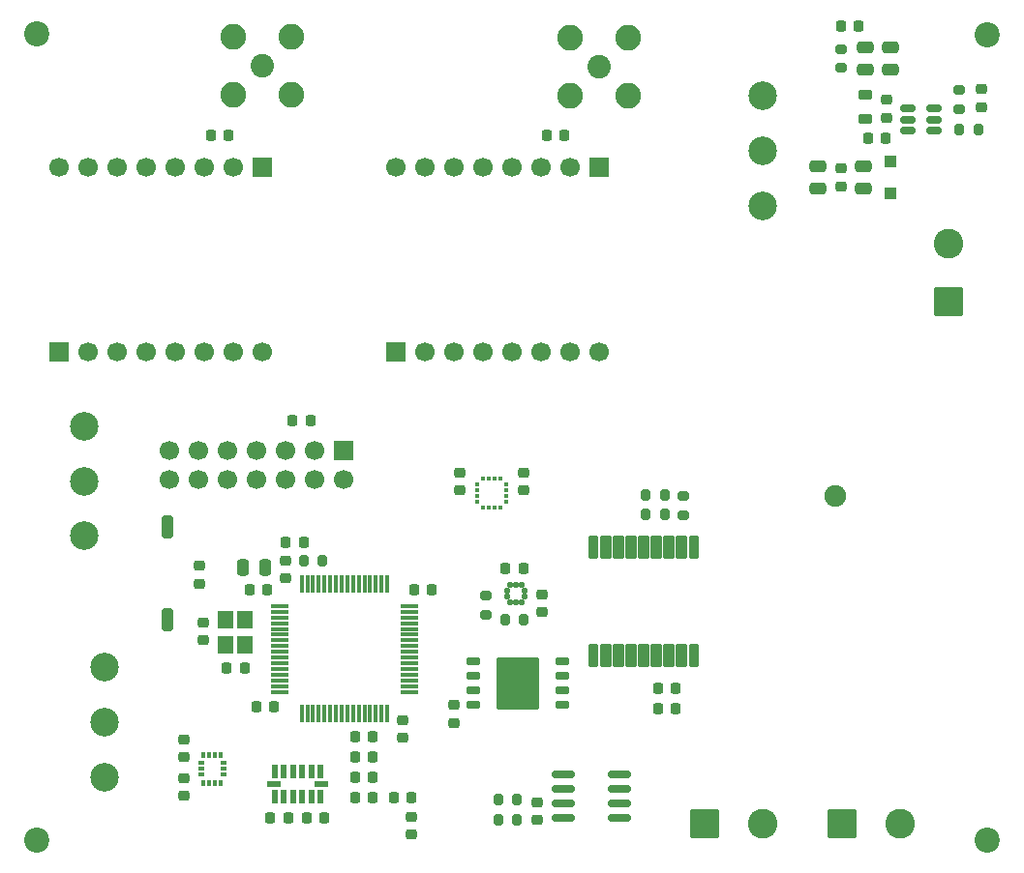
<source format=gbr>
%TF.GenerationSoftware,KiCad,Pcbnew,9.0.6*%
%TF.CreationDate,2026-02-10T23:26:08+00:00*%
%TF.ProjectId,avionics_dev_board,6176696f-6e69-4637-935f-6465765f626f,rev?*%
%TF.SameCoordinates,Original*%
%TF.FileFunction,Soldermask,Top*%
%TF.FilePolarity,Negative*%
%FSLAX46Y46*%
G04 Gerber Fmt 4.6, Leading zero omitted, Abs format (unit mm)*
G04 Created by KiCad (PCBNEW 9.0.6) date 2026-02-10 23:26:08*
%MOMM*%
%LPD*%
G01*
G04 APERTURE LIST*
G04 Aperture macros list*
%AMRoundRect*
0 Rectangle with rounded corners*
0 $1 Rounding radius*
0 $2 $3 $4 $5 $6 $7 $8 $9 X,Y pos of 4 corners*
0 Add a 4 corners polygon primitive as box body*
4,1,4,$2,$3,$4,$5,$6,$7,$8,$9,$2,$3,0*
0 Add four circle primitives for the rounded corners*
1,1,$1+$1,$2,$3*
1,1,$1+$1,$4,$5*
1,1,$1+$1,$6,$7*
1,1,$1+$1,$8,$9*
0 Add four rect primitives between the rounded corners*
20,1,$1+$1,$2,$3,$4,$5,0*
20,1,$1+$1,$4,$5,$6,$7,0*
20,1,$1+$1,$6,$7,$8,$9,0*
20,1,$1+$1,$8,$9,$2,$3,0*%
G04 Aperture macros list end*
%ADD10RoundRect,0.225000X0.250000X-0.225000X0.250000X0.225000X-0.250000X0.225000X-0.250000X-0.225000X0*%
%ADD11RoundRect,0.150000X-0.825000X-0.150000X0.825000X-0.150000X0.825000X0.150000X-0.825000X0.150000X0*%
%ADD12RoundRect,0.200000X-0.200000X-0.275000X0.200000X-0.275000X0.200000X0.275000X-0.200000X0.275000X0*%
%ADD13C,2.600000*%
%ADD14RoundRect,0.250000X-1.050000X-1.050000X1.050000X-1.050000X1.050000X1.050000X-1.050000X1.050000X0*%
%ADD15RoundRect,0.225000X-0.250000X0.225000X-0.250000X-0.225000X0.250000X-0.225000X0.250000X0.225000X0*%
%ADD16RoundRect,0.250000X-0.475000X0.250000X-0.475000X-0.250000X0.475000X-0.250000X0.475000X0.250000X0*%
%ADD17RoundRect,0.250000X0.475000X-0.250000X0.475000X0.250000X-0.475000X0.250000X-0.475000X-0.250000X0*%
%ADD18RoundRect,0.200000X0.275000X-0.200000X0.275000X0.200000X-0.275000X0.200000X-0.275000X-0.200000X0*%
%ADD19RoundRect,0.218750X0.381250X-0.218750X0.381250X0.218750X-0.381250X0.218750X-0.381250X-0.218750X0*%
%ADD20RoundRect,0.150000X-0.512500X-0.150000X0.512500X-0.150000X0.512500X0.150000X-0.512500X0.150000X0*%
%ADD21C,2.500000*%
%ADD22RoundRect,0.218750X-0.256250X0.218750X-0.256250X-0.218750X0.256250X-0.218750X0.256250X0.218750X0*%
%ADD23RoundRect,0.250000X-0.300000X0.300000X-0.300000X-0.300000X0.300000X-0.300000X0.300000X0.300000X0*%
%ADD24RoundRect,0.225000X-0.225000X-0.250000X0.225000X-0.250000X0.225000X0.250000X-0.225000X0.250000X0*%
%ADD25RoundRect,0.218750X0.218750X0.256250X-0.218750X0.256250X-0.218750X-0.256250X0.218750X-0.256250X0*%
%ADD26RoundRect,0.250000X1.050000X-1.050000X1.050000X1.050000X-1.050000X1.050000X-1.050000X-1.050000X0*%
%ADD27R,0.350000X0.625000*%
%ADD28R,0.625000X0.350000*%
%ADD29R,0.450000X0.300000*%
%ADD30R,0.300000X0.450000*%
%ADD31RoundRect,0.225000X0.225000X0.250000X-0.225000X0.250000X-0.225000X-0.250000X0.225000X-0.250000X0*%
%ADD32C,2.050000*%
%ADD33C,2.250000*%
%ADD34R,1.700000X1.700000*%
%ADD35C,1.700000*%
%ADD36RoundRect,0.200000X0.200000X0.275000X-0.200000X0.275000X-0.200000X-0.275000X0.200000X-0.275000X0*%
%ADD37RoundRect,0.150000X0.350000X-0.850000X0.350000X0.850000X-0.350000X0.850000X-0.350000X-0.850000X0*%
%ADD38RoundRect,0.102000X0.350000X-0.900000X0.350000X0.900000X-0.350000X0.900000X-0.350000X-0.900000X0*%
%ADD39RoundRect,0.102000X0.400000X-0.900000X0.400000X0.900000X-0.400000X0.900000X-0.400000X-0.900000X0*%
%ADD40RoundRect,0.102000X0.137500X-0.125000X0.137500X0.125000X-0.137500X0.125000X-0.137500X-0.125000X0*%
%ADD41RoundRect,0.102000X0.125000X-0.137500X0.125000X0.137500X-0.125000X0.137500X-0.125000X-0.137500X0*%
%ADD42RoundRect,0.250000X0.250000X0.475000X-0.250000X0.475000X-0.250000X-0.475000X0.250000X-0.475000X0*%
%ADD43C,2.200000*%
%ADD44R,0.550000X1.145000*%
%ADD45R,1.145000X0.550000*%
%ADD46RoundRect,0.200000X-0.275000X0.200000X-0.275000X-0.200000X0.275000X-0.200000X0.275000X0.200000X0*%
%ADD47C,1.905000*%
%ADD48RoundRect,0.075000X-0.700000X-0.075000X0.700000X-0.075000X0.700000X0.075000X-0.700000X0.075000X0*%
%ADD49RoundRect,0.075000X-0.075000X-0.700000X0.075000X-0.700000X0.075000X0.700000X-0.075000X0.700000X0*%
%ADD50RoundRect,0.218750X-0.218750X-0.256250X0.218750X-0.256250X0.218750X0.256250X-0.218750X0.256250X0*%
%ADD51RoundRect,0.102000X0.475000X0.225000X-0.475000X0.225000X-0.475000X-0.225000X0.475000X-0.225000X0*%
%ADD52RoundRect,0.102000X1.725000X2.175000X-1.725000X2.175000X-1.725000X-2.175000X1.725000X-2.175000X0*%
%ADD53RoundRect,0.102000X-0.600000X-0.700000X0.600000X-0.700000X0.600000X0.700000X-0.600000X0.700000X0*%
G04 APERTURE END LIST*
D10*
%TO.C,C37*%
X169078168Y-99370000D03*
X169078168Y-97820000D03*
%TD*%
D11*
%TO.C,Q3*%
X171328168Y-95400000D03*
X171328168Y-96670000D03*
X171328168Y-97940000D03*
X171328168Y-99210000D03*
X176278168Y-99210000D03*
X176278168Y-97940000D03*
X176278168Y-96670000D03*
X176278168Y-95400000D03*
%TD*%
D12*
%TO.C,R12*%
X165653168Y-99395000D03*
X167303168Y-99395000D03*
%TD*%
D13*
%TO.C,J9-NICH*%
X188758168Y-99675000D03*
D14*
X183678168Y-99675000D03*
%TD*%
D12*
%TO.C,R11*%
X165653168Y-97595000D03*
X167303168Y-97595000D03*
%TD*%
D15*
%TO.C,C13*%
X158075000Y-99075000D03*
X158075000Y-100625000D03*
%TD*%
D16*
%TO.C,C8*%
X200000000Y-31737500D03*
X200000000Y-33637500D03*
%TD*%
D17*
%TO.C,C1*%
X193600000Y-44037500D03*
X193600000Y-42137500D03*
%TD*%
D18*
%TO.C,R3*%
X195600000Y-33512500D03*
X195600000Y-31862500D03*
%TD*%
D19*
%TO.C,L1*%
X197800000Y-37950000D03*
X197800000Y-35825000D03*
%TD*%
D16*
%TO.C,C2*%
X197600000Y-42137500D03*
X197600000Y-44037500D03*
%TD*%
D20*
%TO.C,BUCK*%
X201525000Y-37087500D03*
X201525000Y-38037500D03*
X201525000Y-38987500D03*
X203800000Y-38987500D03*
X203800000Y-38037500D03*
X203800000Y-37087500D03*
%TD*%
D21*
%TO.C,PWR_SW*%
X188750000Y-35987500D03*
X188750000Y-40787500D03*
X188750000Y-45587500D03*
%TD*%
D12*
%TO.C,R1*%
X205975000Y-38887500D03*
X207625000Y-38887500D03*
%TD*%
D22*
%TO.C,F1*%
X195600000Y-42300000D03*
X195600000Y-43875000D03*
%TD*%
D23*
%TO.C,D2*%
X200000000Y-41687500D03*
X200000000Y-44487500D03*
%TD*%
D16*
%TO.C,C9*%
X197800000Y-31737500D03*
X197800000Y-33637500D03*
%TD*%
D15*
%TO.C,C4*%
X207950000Y-35387500D03*
X207950000Y-36937500D03*
%TD*%
D18*
%TO.C,R2*%
X206000000Y-37112500D03*
X206000000Y-35462500D03*
%TD*%
D24*
%TO.C,C3*%
X198025000Y-39687500D03*
X199575000Y-39687500D03*
%TD*%
D25*
%TO.C,PWR_LED*%
X197187500Y-29887500D03*
X195612500Y-29887500D03*
%TD*%
D15*
%TO.C,C7*%
X199600000Y-36312500D03*
X199600000Y-37862500D03*
%TD*%
D13*
%TO.C,J1-MBAT*%
X205072500Y-48865000D03*
D26*
X205072500Y-53945000D03*
%TD*%
D27*
%TO.C,LSM6*%
X141387500Y-93662500D03*
X140887500Y-93662500D03*
X140387500Y-93662500D03*
X139887500Y-93667500D03*
D28*
X139662500Y-94387500D03*
X139662500Y-94887500D03*
X139662500Y-95387500D03*
D27*
X139887500Y-96112500D03*
X140387500Y-96112500D03*
X140887500Y-96112500D03*
X141387500Y-96112500D03*
D28*
X141612500Y-95387500D03*
X141612500Y-94887500D03*
X141612500Y-94387500D03*
%TD*%
D29*
%TO.C,MMC*%
X166325000Y-71475000D03*
X166325000Y-70975000D03*
X166325000Y-70475000D03*
X166325000Y-69975000D03*
D30*
X165800000Y-69450000D03*
X165300000Y-69450000D03*
X164800000Y-69450000D03*
X164300000Y-69450000D03*
D29*
X163775000Y-69975000D03*
X163775000Y-70475000D03*
X163775000Y-70975000D03*
X163775000Y-71475000D03*
D30*
X164300000Y-72000000D03*
X164800000Y-72000000D03*
X165300000Y-72000000D03*
X165800000Y-72000000D03*
%TD*%
D31*
%TO.C,C18*%
X154675000Y-97450000D03*
X153125000Y-97450000D03*
%TD*%
D32*
%TO.C,ANT_24*%
X145000000Y-33340000D03*
D33*
X142460000Y-30800000D03*
X142460000Y-35880000D03*
X147540000Y-30800000D03*
X147540000Y-35880000D03*
%TD*%
D34*
%TO.C,L62-1*%
X174480000Y-42200000D03*
D35*
X171940000Y-42200000D03*
X169400000Y-42200000D03*
X166860000Y-42200000D03*
X164320000Y-42200000D03*
X161780000Y-42200000D03*
X159240000Y-42200000D03*
X156700000Y-42200000D03*
%TD*%
D36*
%TO.C,R8*%
X167887500Y-81800000D03*
X166237500Y-81800000D03*
%TD*%
D31*
%TO.C,C21*%
X143450000Y-86050000D03*
X141900000Y-86050000D03*
%TD*%
D34*
%TO.C,L80-2*%
X127210000Y-58400000D03*
D35*
X129750000Y-58400000D03*
X132290000Y-58400000D03*
X134830000Y-58400000D03*
X137370000Y-58400000D03*
X139910000Y-58400000D03*
X142450000Y-58400000D03*
X144990000Y-58400000D03*
%TD*%
D10*
%TO.C,C19*%
X139500000Y-78675000D03*
X139500000Y-77125000D03*
%TD*%
D32*
%TO.C,ANT_868*%
X174480000Y-33400000D03*
D33*
X171940000Y-30860000D03*
X171940000Y-35940000D03*
X177020000Y-30860000D03*
X177020000Y-35940000D03*
%TD*%
D31*
%TO.C,C16*%
X154650000Y-95650000D03*
X153100000Y-95650000D03*
%TD*%
D37*
%TO.C,RST*%
X136675000Y-73750000D03*
X136675000Y-81850000D03*
%TD*%
D31*
%TO.C,C15*%
X154675000Y-93850000D03*
X153125000Y-93850000D03*
%TD*%
%TO.C,C35*%
X142055000Y-39400000D03*
X140505000Y-39400000D03*
%TD*%
%TO.C,C17*%
X146050000Y-89450000D03*
X144500000Y-89450000D03*
%TD*%
D38*
%TO.C,M10S*%
X174000000Y-85000000D03*
D39*
X175100000Y-85000000D03*
X176200000Y-85000000D03*
X177300000Y-85000000D03*
X178400000Y-85000000D03*
X179500000Y-85000000D03*
X180600000Y-85000000D03*
X181700000Y-85000000D03*
D38*
X182800000Y-85000000D03*
X182800000Y-75500000D03*
D39*
X181700000Y-75500000D03*
X180600000Y-75500000D03*
X179500000Y-75500000D03*
X178400000Y-75500000D03*
X177300000Y-75500000D03*
X176200000Y-75500000D03*
X175100000Y-75500000D03*
D38*
X174000000Y-75500000D03*
%TD*%
D40*
%TO.C,BMP1*%
X166400000Y-79300000D03*
X166400000Y-79800000D03*
D41*
X166662500Y-80312500D03*
X167162500Y-80312500D03*
X167662500Y-80312500D03*
D40*
X167925000Y-79800000D03*
X167925000Y-79300000D03*
D41*
X167662500Y-78787500D03*
X167162500Y-78787500D03*
X166662500Y-78787500D03*
%TD*%
D31*
%TO.C,C11*%
X145450000Y-79250000D03*
X143900000Y-79250000D03*
%TD*%
D24*
%TO.C,C10*%
X158300000Y-79250000D03*
X159850000Y-79250000D03*
%TD*%
D36*
%TO.C,R4*%
X150300000Y-76650000D03*
X148650000Y-76650000D03*
%TD*%
D42*
%TO.C,C6*%
X145225000Y-77250000D03*
X143325000Y-77250000D03*
%TD*%
D34*
%TO.C,L80-1*%
X145020000Y-42200000D03*
D35*
X142480000Y-42200000D03*
X139940000Y-42200000D03*
X137400000Y-42200000D03*
X134860000Y-42200000D03*
X132320000Y-42200000D03*
X129780000Y-42200000D03*
X127240000Y-42200000D03*
%TD*%
D15*
%TO.C,C30*%
X167850000Y-68950000D03*
X167850000Y-70500000D03*
%TD*%
D43*
%TO.C,H3*%
X125300000Y-30500000D03*
%TD*%
D15*
%TO.C,C5*%
X157275000Y-90650000D03*
X157275000Y-92200000D03*
%TD*%
%TO.C,C20*%
X139875000Y-82075000D03*
X139875000Y-83625000D03*
%TD*%
D44*
%TO.C,ADXL*%
X146100000Y-97297500D03*
X146900000Y-97297500D03*
X147700000Y-97297500D03*
X148500000Y-97297500D03*
X149300000Y-97297500D03*
X150100000Y-97297500D03*
D45*
X150197500Y-96200000D03*
D44*
X150100000Y-95102500D03*
X149300000Y-95102500D03*
X148500000Y-95102500D03*
X147700000Y-95102500D03*
X146900000Y-95102500D03*
X146100000Y-95102500D03*
D45*
X146002500Y-96200000D03*
%TD*%
D21*
%TO.C,PARA_ARM*%
X131200000Y-95605000D03*
X131200000Y-90805000D03*
X131200000Y-86005000D03*
%TD*%
D24*
%TO.C,C25*%
X148900000Y-99200000D03*
X150450000Y-99200000D03*
%TD*%
D46*
%TO.C,R13*%
X181800000Y-71025000D03*
X181800000Y-72675000D03*
%TD*%
D43*
%TO.C,H4*%
X208400000Y-30600000D03*
%TD*%
D10*
%TO.C,C33*%
X161800000Y-90875000D03*
X161800000Y-89325000D03*
%TD*%
D46*
%TO.C,R7*%
X164600000Y-79762500D03*
X164600000Y-81412500D03*
%TD*%
D10*
%TO.C,C12*%
X147075000Y-78225000D03*
X147075000Y-76675000D03*
%TD*%
D47*
%TO.C,AE1*%
X195100000Y-71000000D03*
%TD*%
D24*
%TO.C,C36*%
X147660000Y-64400000D03*
X149210000Y-64400000D03*
%TD*%
D21*
%TO.C,BOOT_SW*%
X129400000Y-64900000D03*
X129400000Y-69700000D03*
X129400000Y-74500000D03*
%TD*%
D31*
%TO.C,C34*%
X171455000Y-39400000D03*
X169905000Y-39400000D03*
%TD*%
D15*
%TO.C,C24*%
X138187500Y-92337500D03*
X138187500Y-93887500D03*
%TD*%
D36*
%TO.C,R15*%
X180225000Y-72650000D03*
X178575000Y-72650000D03*
%TD*%
D31*
%TO.C,C14*%
X154675000Y-92050000D03*
X153125000Y-92050000D03*
%TD*%
D10*
%TO.C,C27*%
X169462500Y-81162500D03*
X169462500Y-79612500D03*
%TD*%
D24*
%TO.C,C32*%
X179625000Y-89650000D03*
X181175000Y-89650000D03*
%TD*%
D48*
%TO.C,MCU*%
X146525000Y-80650000D03*
X146525000Y-81150000D03*
X146525000Y-81650000D03*
X146525000Y-82150000D03*
X146525000Y-82650000D03*
X146525000Y-83150000D03*
X146525000Y-83650000D03*
X146525000Y-84150000D03*
X146525000Y-84650000D03*
X146525000Y-85150000D03*
X146525000Y-85650000D03*
X146525000Y-86150000D03*
X146525000Y-86650000D03*
X146525000Y-87150000D03*
X146525000Y-87650000D03*
X146525000Y-88150000D03*
D49*
X148450000Y-90075000D03*
X148950000Y-90075000D03*
X149450000Y-90075000D03*
X149950000Y-90075000D03*
X150450000Y-90075000D03*
X150950000Y-90075000D03*
X151450000Y-90075000D03*
X151950000Y-90075000D03*
X152450000Y-90075000D03*
X152950000Y-90075000D03*
X153450000Y-90075000D03*
X153950000Y-90075000D03*
X154450000Y-90075000D03*
X154950000Y-90075000D03*
X155450000Y-90075000D03*
X155950000Y-90075000D03*
D48*
X157875000Y-88150000D03*
X157875000Y-87650000D03*
X157875000Y-87150000D03*
X157875000Y-86650000D03*
X157875000Y-86150000D03*
X157875000Y-85650000D03*
X157875000Y-85150000D03*
X157875000Y-84650000D03*
X157875000Y-84150000D03*
X157875000Y-83650000D03*
X157875000Y-83150000D03*
X157875000Y-82650000D03*
X157875000Y-82150000D03*
X157875000Y-81650000D03*
X157875000Y-81150000D03*
X157875000Y-80650000D03*
D49*
X155950000Y-78725000D03*
X155450000Y-78725000D03*
X154950000Y-78725000D03*
X154450000Y-78725000D03*
X153950000Y-78725000D03*
X153450000Y-78725000D03*
X152950000Y-78725000D03*
X152450000Y-78725000D03*
X151950000Y-78725000D03*
X151450000Y-78725000D03*
X150950000Y-78725000D03*
X150450000Y-78725000D03*
X149950000Y-78725000D03*
X149450000Y-78725000D03*
X148950000Y-78725000D03*
X148450000Y-78725000D03*
%TD*%
D43*
%TO.C,H1*%
X125300000Y-101100000D03*
%TD*%
D50*
%TO.C,FB1*%
X156487500Y-97450000D03*
X158062500Y-97450000D03*
%TD*%
D24*
%TO.C,C31*%
X179625000Y-87850000D03*
X181175000Y-87850000D03*
%TD*%
D34*
%TO.C,L62-2*%
X156725000Y-58375000D03*
D35*
X159265000Y-58375000D03*
X161805000Y-58375000D03*
X164345000Y-58375000D03*
X166885000Y-58375000D03*
X169425000Y-58375000D03*
X171965000Y-58375000D03*
X174505000Y-58375000D03*
%TD*%
D34*
%TO.C,SWD_INT*%
X152140000Y-67060000D03*
D35*
X152140000Y-69600000D03*
X149600000Y-67060000D03*
X149600000Y-69600000D03*
X147060000Y-67060000D03*
X147060000Y-69600000D03*
X144520000Y-67060000D03*
X144520000Y-69600000D03*
X141980000Y-67060000D03*
X141980000Y-69600000D03*
X139440000Y-67060000D03*
X139440000Y-69600000D03*
X136900000Y-67060000D03*
X136900000Y-69600000D03*
%TD*%
D14*
%TO.C,J10-PBAT*%
X195720000Y-99672500D03*
D13*
X200800000Y-99672500D03*
%TD*%
D51*
%TO.C,W25Q*%
X171300000Y-89310000D03*
X171300000Y-88040000D03*
X171300000Y-86770000D03*
X171300000Y-85500000D03*
X163500000Y-85500000D03*
X163500000Y-86770000D03*
X163500000Y-88040000D03*
X163500000Y-89310000D03*
D52*
X167400000Y-87405000D03*
%TD*%
D36*
%TO.C,R14*%
X180225000Y-70900000D03*
X178575000Y-70900000D03*
%TD*%
D31*
%TO.C,C26*%
X147275000Y-99200000D03*
X145725000Y-99200000D03*
%TD*%
%TO.C,C22*%
X148625000Y-75050000D03*
X147075000Y-75050000D03*
%TD*%
D15*
%TO.C,C29*%
X162250000Y-68975000D03*
X162250000Y-70525000D03*
%TD*%
D31*
%TO.C,C28*%
X167837500Y-77387500D03*
X166287500Y-77387500D03*
%TD*%
D15*
%TO.C,C23*%
X138187500Y-95737500D03*
X138187500Y-97287500D03*
%TD*%
D43*
%TO.C,H2*%
X208400000Y-101100000D03*
%TD*%
D53*
%TO.C,Y1*%
X143475000Y-81850000D03*
X143475000Y-84050000D03*
X141775000Y-84050000D03*
X141775000Y-81850000D03*
%TD*%
M02*

</source>
